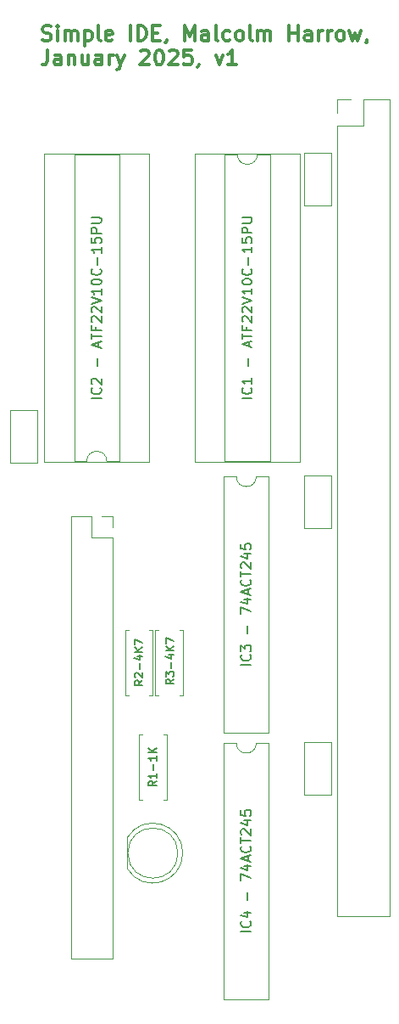
<source format=gto>
G04 #@! TF.GenerationSoftware,KiCad,Pcbnew,8.0.7*
G04 #@! TF.CreationDate,2025-01-16T17:26:47-05:00*
G04 #@! TF.ProjectId,simple_ide,73696d70-6c65-45f6-9964-652e6b696361,rev?*
G04 #@! TF.SameCoordinates,Original*
G04 #@! TF.FileFunction,Legend,Top*
G04 #@! TF.FilePolarity,Positive*
%FSLAX46Y46*%
G04 Gerber Fmt 4.6, Leading zero omitted, Abs format (unit mm)*
G04 Created by KiCad (PCBNEW 8.0.7) date 2025-01-16 17:26:47*
%MOMM*%
%LPD*%
G01*
G04 APERTURE LIST*
%ADD10C,0.300000*%
%ADD11C,0.150000*%
%ADD12C,0.120000*%
%ADD13O,2.400000X1.600000*%
%ADD14R,2.400000X1.600000*%
%ADD15C,1.600000*%
%ADD16O,1.600000X1.600000*%
%ADD17R,1.800000X1.800000*%
%ADD18C,1.800000*%
%ADD19R,1.350000X1.350000*%
%ADD20O,1.350000X1.350000*%
%ADD21R,1.700000X1.700000*%
%ADD22O,1.700000X1.700000*%
G04 APERTURE END LIST*
D10*
X147883082Y-38314484D02*
X148097368Y-38385912D01*
X148097368Y-38385912D02*
X148454510Y-38385912D01*
X148454510Y-38385912D02*
X148597368Y-38314484D01*
X148597368Y-38314484D02*
X148668796Y-38243055D01*
X148668796Y-38243055D02*
X148740225Y-38100198D01*
X148740225Y-38100198D02*
X148740225Y-37957341D01*
X148740225Y-37957341D02*
X148668796Y-37814484D01*
X148668796Y-37814484D02*
X148597368Y-37743055D01*
X148597368Y-37743055D02*
X148454510Y-37671626D01*
X148454510Y-37671626D02*
X148168796Y-37600198D01*
X148168796Y-37600198D02*
X148025939Y-37528769D01*
X148025939Y-37528769D02*
X147954510Y-37457341D01*
X147954510Y-37457341D02*
X147883082Y-37314484D01*
X147883082Y-37314484D02*
X147883082Y-37171626D01*
X147883082Y-37171626D02*
X147954510Y-37028769D01*
X147954510Y-37028769D02*
X148025939Y-36957341D01*
X148025939Y-36957341D02*
X148168796Y-36885912D01*
X148168796Y-36885912D02*
X148525939Y-36885912D01*
X148525939Y-36885912D02*
X148740225Y-36957341D01*
X149383081Y-38385912D02*
X149383081Y-37385912D01*
X149383081Y-36885912D02*
X149311653Y-36957341D01*
X149311653Y-36957341D02*
X149383081Y-37028769D01*
X149383081Y-37028769D02*
X149454510Y-36957341D01*
X149454510Y-36957341D02*
X149383081Y-36885912D01*
X149383081Y-36885912D02*
X149383081Y-37028769D01*
X150097367Y-38385912D02*
X150097367Y-37385912D01*
X150097367Y-37528769D02*
X150168796Y-37457341D01*
X150168796Y-37457341D02*
X150311653Y-37385912D01*
X150311653Y-37385912D02*
X150525939Y-37385912D01*
X150525939Y-37385912D02*
X150668796Y-37457341D01*
X150668796Y-37457341D02*
X150740225Y-37600198D01*
X150740225Y-37600198D02*
X150740225Y-38385912D01*
X150740225Y-37600198D02*
X150811653Y-37457341D01*
X150811653Y-37457341D02*
X150954510Y-37385912D01*
X150954510Y-37385912D02*
X151168796Y-37385912D01*
X151168796Y-37385912D02*
X151311653Y-37457341D01*
X151311653Y-37457341D02*
X151383082Y-37600198D01*
X151383082Y-37600198D02*
X151383082Y-38385912D01*
X152097367Y-37385912D02*
X152097367Y-38885912D01*
X152097367Y-37457341D02*
X152240225Y-37385912D01*
X152240225Y-37385912D02*
X152525939Y-37385912D01*
X152525939Y-37385912D02*
X152668796Y-37457341D01*
X152668796Y-37457341D02*
X152740225Y-37528769D01*
X152740225Y-37528769D02*
X152811653Y-37671626D01*
X152811653Y-37671626D02*
X152811653Y-38100198D01*
X152811653Y-38100198D02*
X152740225Y-38243055D01*
X152740225Y-38243055D02*
X152668796Y-38314484D01*
X152668796Y-38314484D02*
X152525939Y-38385912D01*
X152525939Y-38385912D02*
X152240225Y-38385912D01*
X152240225Y-38385912D02*
X152097367Y-38314484D01*
X153668796Y-38385912D02*
X153525939Y-38314484D01*
X153525939Y-38314484D02*
X153454510Y-38171626D01*
X153454510Y-38171626D02*
X153454510Y-36885912D01*
X154811653Y-38314484D02*
X154668796Y-38385912D01*
X154668796Y-38385912D02*
X154383082Y-38385912D01*
X154383082Y-38385912D02*
X154240224Y-38314484D01*
X154240224Y-38314484D02*
X154168796Y-38171626D01*
X154168796Y-38171626D02*
X154168796Y-37600198D01*
X154168796Y-37600198D02*
X154240224Y-37457341D01*
X154240224Y-37457341D02*
X154383082Y-37385912D01*
X154383082Y-37385912D02*
X154668796Y-37385912D01*
X154668796Y-37385912D02*
X154811653Y-37457341D01*
X154811653Y-37457341D02*
X154883082Y-37600198D01*
X154883082Y-37600198D02*
X154883082Y-37743055D01*
X154883082Y-37743055D02*
X154168796Y-37885912D01*
X156668795Y-38385912D02*
X156668795Y-36885912D01*
X157383081Y-38385912D02*
X157383081Y-36885912D01*
X157383081Y-36885912D02*
X157740224Y-36885912D01*
X157740224Y-36885912D02*
X157954510Y-36957341D01*
X157954510Y-36957341D02*
X158097367Y-37100198D01*
X158097367Y-37100198D02*
X158168796Y-37243055D01*
X158168796Y-37243055D02*
X158240224Y-37528769D01*
X158240224Y-37528769D02*
X158240224Y-37743055D01*
X158240224Y-37743055D02*
X158168796Y-38028769D01*
X158168796Y-38028769D02*
X158097367Y-38171626D01*
X158097367Y-38171626D02*
X157954510Y-38314484D01*
X157954510Y-38314484D02*
X157740224Y-38385912D01*
X157740224Y-38385912D02*
X157383081Y-38385912D01*
X158883081Y-37600198D02*
X159383081Y-37600198D01*
X159597367Y-38385912D02*
X158883081Y-38385912D01*
X158883081Y-38385912D02*
X158883081Y-36885912D01*
X158883081Y-36885912D02*
X159597367Y-36885912D01*
X160311653Y-38314484D02*
X160311653Y-38385912D01*
X160311653Y-38385912D02*
X160240224Y-38528769D01*
X160240224Y-38528769D02*
X160168796Y-38600198D01*
X162097367Y-38385912D02*
X162097367Y-36885912D01*
X162097367Y-36885912D02*
X162597367Y-37957341D01*
X162597367Y-37957341D02*
X163097367Y-36885912D01*
X163097367Y-36885912D02*
X163097367Y-38385912D01*
X164454511Y-38385912D02*
X164454511Y-37600198D01*
X164454511Y-37600198D02*
X164383082Y-37457341D01*
X164383082Y-37457341D02*
X164240225Y-37385912D01*
X164240225Y-37385912D02*
X163954511Y-37385912D01*
X163954511Y-37385912D02*
X163811653Y-37457341D01*
X164454511Y-38314484D02*
X164311653Y-38385912D01*
X164311653Y-38385912D02*
X163954511Y-38385912D01*
X163954511Y-38385912D02*
X163811653Y-38314484D01*
X163811653Y-38314484D02*
X163740225Y-38171626D01*
X163740225Y-38171626D02*
X163740225Y-38028769D01*
X163740225Y-38028769D02*
X163811653Y-37885912D01*
X163811653Y-37885912D02*
X163954511Y-37814484D01*
X163954511Y-37814484D02*
X164311653Y-37814484D01*
X164311653Y-37814484D02*
X164454511Y-37743055D01*
X165383082Y-38385912D02*
X165240225Y-38314484D01*
X165240225Y-38314484D02*
X165168796Y-38171626D01*
X165168796Y-38171626D02*
X165168796Y-36885912D01*
X166597368Y-38314484D02*
X166454510Y-38385912D01*
X166454510Y-38385912D02*
X166168796Y-38385912D01*
X166168796Y-38385912D02*
X166025939Y-38314484D01*
X166025939Y-38314484D02*
X165954510Y-38243055D01*
X165954510Y-38243055D02*
X165883082Y-38100198D01*
X165883082Y-38100198D02*
X165883082Y-37671626D01*
X165883082Y-37671626D02*
X165954510Y-37528769D01*
X165954510Y-37528769D02*
X166025939Y-37457341D01*
X166025939Y-37457341D02*
X166168796Y-37385912D01*
X166168796Y-37385912D02*
X166454510Y-37385912D01*
X166454510Y-37385912D02*
X166597368Y-37457341D01*
X167454510Y-38385912D02*
X167311653Y-38314484D01*
X167311653Y-38314484D02*
X167240224Y-38243055D01*
X167240224Y-38243055D02*
X167168796Y-38100198D01*
X167168796Y-38100198D02*
X167168796Y-37671626D01*
X167168796Y-37671626D02*
X167240224Y-37528769D01*
X167240224Y-37528769D02*
X167311653Y-37457341D01*
X167311653Y-37457341D02*
X167454510Y-37385912D01*
X167454510Y-37385912D02*
X167668796Y-37385912D01*
X167668796Y-37385912D02*
X167811653Y-37457341D01*
X167811653Y-37457341D02*
X167883082Y-37528769D01*
X167883082Y-37528769D02*
X167954510Y-37671626D01*
X167954510Y-37671626D02*
X167954510Y-38100198D01*
X167954510Y-38100198D02*
X167883082Y-38243055D01*
X167883082Y-38243055D02*
X167811653Y-38314484D01*
X167811653Y-38314484D02*
X167668796Y-38385912D01*
X167668796Y-38385912D02*
X167454510Y-38385912D01*
X168811653Y-38385912D02*
X168668796Y-38314484D01*
X168668796Y-38314484D02*
X168597367Y-38171626D01*
X168597367Y-38171626D02*
X168597367Y-36885912D01*
X169383081Y-38385912D02*
X169383081Y-37385912D01*
X169383081Y-37528769D02*
X169454510Y-37457341D01*
X169454510Y-37457341D02*
X169597367Y-37385912D01*
X169597367Y-37385912D02*
X169811653Y-37385912D01*
X169811653Y-37385912D02*
X169954510Y-37457341D01*
X169954510Y-37457341D02*
X170025939Y-37600198D01*
X170025939Y-37600198D02*
X170025939Y-38385912D01*
X170025939Y-37600198D02*
X170097367Y-37457341D01*
X170097367Y-37457341D02*
X170240224Y-37385912D01*
X170240224Y-37385912D02*
X170454510Y-37385912D01*
X170454510Y-37385912D02*
X170597367Y-37457341D01*
X170597367Y-37457341D02*
X170668796Y-37600198D01*
X170668796Y-37600198D02*
X170668796Y-38385912D01*
X172525938Y-38385912D02*
X172525938Y-36885912D01*
X172525938Y-37600198D02*
X173383081Y-37600198D01*
X173383081Y-38385912D02*
X173383081Y-36885912D01*
X174740225Y-38385912D02*
X174740225Y-37600198D01*
X174740225Y-37600198D02*
X174668796Y-37457341D01*
X174668796Y-37457341D02*
X174525939Y-37385912D01*
X174525939Y-37385912D02*
X174240225Y-37385912D01*
X174240225Y-37385912D02*
X174097367Y-37457341D01*
X174740225Y-38314484D02*
X174597367Y-38385912D01*
X174597367Y-38385912D02*
X174240225Y-38385912D01*
X174240225Y-38385912D02*
X174097367Y-38314484D01*
X174097367Y-38314484D02*
X174025939Y-38171626D01*
X174025939Y-38171626D02*
X174025939Y-38028769D01*
X174025939Y-38028769D02*
X174097367Y-37885912D01*
X174097367Y-37885912D02*
X174240225Y-37814484D01*
X174240225Y-37814484D02*
X174597367Y-37814484D01*
X174597367Y-37814484D02*
X174740225Y-37743055D01*
X175454510Y-38385912D02*
X175454510Y-37385912D01*
X175454510Y-37671626D02*
X175525939Y-37528769D01*
X175525939Y-37528769D02*
X175597368Y-37457341D01*
X175597368Y-37457341D02*
X175740225Y-37385912D01*
X175740225Y-37385912D02*
X175883082Y-37385912D01*
X176383081Y-38385912D02*
X176383081Y-37385912D01*
X176383081Y-37671626D02*
X176454510Y-37528769D01*
X176454510Y-37528769D02*
X176525939Y-37457341D01*
X176525939Y-37457341D02*
X176668796Y-37385912D01*
X176668796Y-37385912D02*
X176811653Y-37385912D01*
X177525938Y-38385912D02*
X177383081Y-38314484D01*
X177383081Y-38314484D02*
X177311652Y-38243055D01*
X177311652Y-38243055D02*
X177240224Y-38100198D01*
X177240224Y-38100198D02*
X177240224Y-37671626D01*
X177240224Y-37671626D02*
X177311652Y-37528769D01*
X177311652Y-37528769D02*
X177383081Y-37457341D01*
X177383081Y-37457341D02*
X177525938Y-37385912D01*
X177525938Y-37385912D02*
X177740224Y-37385912D01*
X177740224Y-37385912D02*
X177883081Y-37457341D01*
X177883081Y-37457341D02*
X177954510Y-37528769D01*
X177954510Y-37528769D02*
X178025938Y-37671626D01*
X178025938Y-37671626D02*
X178025938Y-38100198D01*
X178025938Y-38100198D02*
X177954510Y-38243055D01*
X177954510Y-38243055D02*
X177883081Y-38314484D01*
X177883081Y-38314484D02*
X177740224Y-38385912D01*
X177740224Y-38385912D02*
X177525938Y-38385912D01*
X178525938Y-37385912D02*
X178811653Y-38385912D01*
X178811653Y-38385912D02*
X179097367Y-37671626D01*
X179097367Y-37671626D02*
X179383081Y-38385912D01*
X179383081Y-38385912D02*
X179668795Y-37385912D01*
X180311653Y-38314484D02*
X180311653Y-38385912D01*
X180311653Y-38385912D02*
X180240224Y-38528769D01*
X180240224Y-38528769D02*
X180168796Y-38600198D01*
X148383082Y-39300828D02*
X148383082Y-40372257D01*
X148383082Y-40372257D02*
X148311653Y-40586542D01*
X148311653Y-40586542D02*
X148168796Y-40729400D01*
X148168796Y-40729400D02*
X147954510Y-40800828D01*
X147954510Y-40800828D02*
X147811653Y-40800828D01*
X149740225Y-40800828D02*
X149740225Y-40015114D01*
X149740225Y-40015114D02*
X149668796Y-39872257D01*
X149668796Y-39872257D02*
X149525939Y-39800828D01*
X149525939Y-39800828D02*
X149240225Y-39800828D01*
X149240225Y-39800828D02*
X149097367Y-39872257D01*
X149740225Y-40729400D02*
X149597367Y-40800828D01*
X149597367Y-40800828D02*
X149240225Y-40800828D01*
X149240225Y-40800828D02*
X149097367Y-40729400D01*
X149097367Y-40729400D02*
X149025939Y-40586542D01*
X149025939Y-40586542D02*
X149025939Y-40443685D01*
X149025939Y-40443685D02*
X149097367Y-40300828D01*
X149097367Y-40300828D02*
X149240225Y-40229400D01*
X149240225Y-40229400D02*
X149597367Y-40229400D01*
X149597367Y-40229400D02*
X149740225Y-40157971D01*
X150454510Y-39800828D02*
X150454510Y-40800828D01*
X150454510Y-39943685D02*
X150525939Y-39872257D01*
X150525939Y-39872257D02*
X150668796Y-39800828D01*
X150668796Y-39800828D02*
X150883082Y-39800828D01*
X150883082Y-39800828D02*
X151025939Y-39872257D01*
X151025939Y-39872257D02*
X151097368Y-40015114D01*
X151097368Y-40015114D02*
X151097368Y-40800828D01*
X152454511Y-39800828D02*
X152454511Y-40800828D01*
X151811653Y-39800828D02*
X151811653Y-40586542D01*
X151811653Y-40586542D02*
X151883082Y-40729400D01*
X151883082Y-40729400D02*
X152025939Y-40800828D01*
X152025939Y-40800828D02*
X152240225Y-40800828D01*
X152240225Y-40800828D02*
X152383082Y-40729400D01*
X152383082Y-40729400D02*
X152454511Y-40657971D01*
X153811654Y-40800828D02*
X153811654Y-40015114D01*
X153811654Y-40015114D02*
X153740225Y-39872257D01*
X153740225Y-39872257D02*
X153597368Y-39800828D01*
X153597368Y-39800828D02*
X153311654Y-39800828D01*
X153311654Y-39800828D02*
X153168796Y-39872257D01*
X153811654Y-40729400D02*
X153668796Y-40800828D01*
X153668796Y-40800828D02*
X153311654Y-40800828D01*
X153311654Y-40800828D02*
X153168796Y-40729400D01*
X153168796Y-40729400D02*
X153097368Y-40586542D01*
X153097368Y-40586542D02*
X153097368Y-40443685D01*
X153097368Y-40443685D02*
X153168796Y-40300828D01*
X153168796Y-40300828D02*
X153311654Y-40229400D01*
X153311654Y-40229400D02*
X153668796Y-40229400D01*
X153668796Y-40229400D02*
X153811654Y-40157971D01*
X154525939Y-40800828D02*
X154525939Y-39800828D01*
X154525939Y-40086542D02*
X154597368Y-39943685D01*
X154597368Y-39943685D02*
X154668797Y-39872257D01*
X154668797Y-39872257D02*
X154811654Y-39800828D01*
X154811654Y-39800828D02*
X154954511Y-39800828D01*
X155311653Y-39800828D02*
X155668796Y-40800828D01*
X156025939Y-39800828D02*
X155668796Y-40800828D01*
X155668796Y-40800828D02*
X155525939Y-41157971D01*
X155525939Y-41157971D02*
X155454510Y-41229400D01*
X155454510Y-41229400D02*
X155311653Y-41300828D01*
X157668796Y-39443685D02*
X157740224Y-39372257D01*
X157740224Y-39372257D02*
X157883082Y-39300828D01*
X157883082Y-39300828D02*
X158240224Y-39300828D01*
X158240224Y-39300828D02*
X158383082Y-39372257D01*
X158383082Y-39372257D02*
X158454510Y-39443685D01*
X158454510Y-39443685D02*
X158525939Y-39586542D01*
X158525939Y-39586542D02*
X158525939Y-39729400D01*
X158525939Y-39729400D02*
X158454510Y-39943685D01*
X158454510Y-39943685D02*
X157597367Y-40800828D01*
X157597367Y-40800828D02*
X158525939Y-40800828D01*
X159454510Y-39300828D02*
X159597367Y-39300828D01*
X159597367Y-39300828D02*
X159740224Y-39372257D01*
X159740224Y-39372257D02*
X159811653Y-39443685D01*
X159811653Y-39443685D02*
X159883081Y-39586542D01*
X159883081Y-39586542D02*
X159954510Y-39872257D01*
X159954510Y-39872257D02*
X159954510Y-40229400D01*
X159954510Y-40229400D02*
X159883081Y-40515114D01*
X159883081Y-40515114D02*
X159811653Y-40657971D01*
X159811653Y-40657971D02*
X159740224Y-40729400D01*
X159740224Y-40729400D02*
X159597367Y-40800828D01*
X159597367Y-40800828D02*
X159454510Y-40800828D01*
X159454510Y-40800828D02*
X159311653Y-40729400D01*
X159311653Y-40729400D02*
X159240224Y-40657971D01*
X159240224Y-40657971D02*
X159168795Y-40515114D01*
X159168795Y-40515114D02*
X159097367Y-40229400D01*
X159097367Y-40229400D02*
X159097367Y-39872257D01*
X159097367Y-39872257D02*
X159168795Y-39586542D01*
X159168795Y-39586542D02*
X159240224Y-39443685D01*
X159240224Y-39443685D02*
X159311653Y-39372257D01*
X159311653Y-39372257D02*
X159454510Y-39300828D01*
X160525938Y-39443685D02*
X160597366Y-39372257D01*
X160597366Y-39372257D02*
X160740224Y-39300828D01*
X160740224Y-39300828D02*
X161097366Y-39300828D01*
X161097366Y-39300828D02*
X161240224Y-39372257D01*
X161240224Y-39372257D02*
X161311652Y-39443685D01*
X161311652Y-39443685D02*
X161383081Y-39586542D01*
X161383081Y-39586542D02*
X161383081Y-39729400D01*
X161383081Y-39729400D02*
X161311652Y-39943685D01*
X161311652Y-39943685D02*
X160454509Y-40800828D01*
X160454509Y-40800828D02*
X161383081Y-40800828D01*
X162740223Y-39300828D02*
X162025937Y-39300828D01*
X162025937Y-39300828D02*
X161954509Y-40015114D01*
X161954509Y-40015114D02*
X162025937Y-39943685D01*
X162025937Y-39943685D02*
X162168795Y-39872257D01*
X162168795Y-39872257D02*
X162525937Y-39872257D01*
X162525937Y-39872257D02*
X162668795Y-39943685D01*
X162668795Y-39943685D02*
X162740223Y-40015114D01*
X162740223Y-40015114D02*
X162811652Y-40157971D01*
X162811652Y-40157971D02*
X162811652Y-40515114D01*
X162811652Y-40515114D02*
X162740223Y-40657971D01*
X162740223Y-40657971D02*
X162668795Y-40729400D01*
X162668795Y-40729400D02*
X162525937Y-40800828D01*
X162525937Y-40800828D02*
X162168795Y-40800828D01*
X162168795Y-40800828D02*
X162025937Y-40729400D01*
X162025937Y-40729400D02*
X161954509Y-40657971D01*
X163525937Y-40729400D02*
X163525937Y-40800828D01*
X163525937Y-40800828D02*
X163454508Y-40943685D01*
X163454508Y-40943685D02*
X163383080Y-41015114D01*
X165168794Y-39800828D02*
X165525937Y-40800828D01*
X165525937Y-40800828D02*
X165883080Y-39800828D01*
X167240223Y-40800828D02*
X166383080Y-40800828D01*
X166811651Y-40800828D02*
X166811651Y-39300828D01*
X166811651Y-39300828D02*
X166668794Y-39515114D01*
X166668794Y-39515114D02*
X166525937Y-39657971D01*
X166525937Y-39657971D02*
X166383080Y-39729400D01*
D11*
X153744819Y-74053809D02*
X152744819Y-74053809D01*
X153649580Y-73006191D02*
X153697200Y-73053810D01*
X153697200Y-73053810D02*
X153744819Y-73196667D01*
X153744819Y-73196667D02*
X153744819Y-73291905D01*
X153744819Y-73291905D02*
X153697200Y-73434762D01*
X153697200Y-73434762D02*
X153601961Y-73530000D01*
X153601961Y-73530000D02*
X153506723Y-73577619D01*
X153506723Y-73577619D02*
X153316247Y-73625238D01*
X153316247Y-73625238D02*
X153173390Y-73625238D01*
X153173390Y-73625238D02*
X152982914Y-73577619D01*
X152982914Y-73577619D02*
X152887676Y-73530000D01*
X152887676Y-73530000D02*
X152792438Y-73434762D01*
X152792438Y-73434762D02*
X152744819Y-73291905D01*
X152744819Y-73291905D02*
X152744819Y-73196667D01*
X152744819Y-73196667D02*
X152792438Y-73053810D01*
X152792438Y-73053810D02*
X152840057Y-73006191D01*
X152840057Y-72625238D02*
X152792438Y-72577619D01*
X152792438Y-72577619D02*
X152744819Y-72482381D01*
X152744819Y-72482381D02*
X152744819Y-72244286D01*
X152744819Y-72244286D02*
X152792438Y-72149048D01*
X152792438Y-72149048D02*
X152840057Y-72101429D01*
X152840057Y-72101429D02*
X152935295Y-72053810D01*
X152935295Y-72053810D02*
X153030533Y-72053810D01*
X153030533Y-72053810D02*
X153173390Y-72101429D01*
X153173390Y-72101429D02*
X153744819Y-72672857D01*
X153744819Y-72672857D02*
X153744819Y-72053810D01*
X153363866Y-70863333D02*
X153363866Y-70101429D01*
X153459104Y-68910952D02*
X153459104Y-68434762D01*
X153744819Y-69006190D02*
X152744819Y-68672857D01*
X152744819Y-68672857D02*
X153744819Y-68339524D01*
X152744819Y-68149047D02*
X152744819Y-67577619D01*
X153744819Y-67863333D02*
X152744819Y-67863333D01*
X153221009Y-66910952D02*
X153221009Y-67244285D01*
X153744819Y-67244285D02*
X152744819Y-67244285D01*
X152744819Y-67244285D02*
X152744819Y-66768095D01*
X152840057Y-66434761D02*
X152792438Y-66387142D01*
X152792438Y-66387142D02*
X152744819Y-66291904D01*
X152744819Y-66291904D02*
X152744819Y-66053809D01*
X152744819Y-66053809D02*
X152792438Y-65958571D01*
X152792438Y-65958571D02*
X152840057Y-65910952D01*
X152840057Y-65910952D02*
X152935295Y-65863333D01*
X152935295Y-65863333D02*
X153030533Y-65863333D01*
X153030533Y-65863333D02*
X153173390Y-65910952D01*
X153173390Y-65910952D02*
X153744819Y-66482380D01*
X153744819Y-66482380D02*
X153744819Y-65863333D01*
X152840057Y-65482380D02*
X152792438Y-65434761D01*
X152792438Y-65434761D02*
X152744819Y-65339523D01*
X152744819Y-65339523D02*
X152744819Y-65101428D01*
X152744819Y-65101428D02*
X152792438Y-65006190D01*
X152792438Y-65006190D02*
X152840057Y-64958571D01*
X152840057Y-64958571D02*
X152935295Y-64910952D01*
X152935295Y-64910952D02*
X153030533Y-64910952D01*
X153030533Y-64910952D02*
X153173390Y-64958571D01*
X153173390Y-64958571D02*
X153744819Y-65529999D01*
X153744819Y-65529999D02*
X153744819Y-64910952D01*
X152744819Y-64625237D02*
X153744819Y-64291904D01*
X153744819Y-64291904D02*
X152744819Y-63958571D01*
X153744819Y-63101428D02*
X153744819Y-63672856D01*
X153744819Y-63387142D02*
X152744819Y-63387142D01*
X152744819Y-63387142D02*
X152887676Y-63482380D01*
X152887676Y-63482380D02*
X152982914Y-63577618D01*
X152982914Y-63577618D02*
X153030533Y-63672856D01*
X152744819Y-62482380D02*
X152744819Y-62387142D01*
X152744819Y-62387142D02*
X152792438Y-62291904D01*
X152792438Y-62291904D02*
X152840057Y-62244285D01*
X152840057Y-62244285D02*
X152935295Y-62196666D01*
X152935295Y-62196666D02*
X153125771Y-62149047D01*
X153125771Y-62149047D02*
X153363866Y-62149047D01*
X153363866Y-62149047D02*
X153554342Y-62196666D01*
X153554342Y-62196666D02*
X153649580Y-62244285D01*
X153649580Y-62244285D02*
X153697200Y-62291904D01*
X153697200Y-62291904D02*
X153744819Y-62387142D01*
X153744819Y-62387142D02*
X153744819Y-62482380D01*
X153744819Y-62482380D02*
X153697200Y-62577618D01*
X153697200Y-62577618D02*
X153649580Y-62625237D01*
X153649580Y-62625237D02*
X153554342Y-62672856D01*
X153554342Y-62672856D02*
X153363866Y-62720475D01*
X153363866Y-62720475D02*
X153125771Y-62720475D01*
X153125771Y-62720475D02*
X152935295Y-62672856D01*
X152935295Y-62672856D02*
X152840057Y-62625237D01*
X152840057Y-62625237D02*
X152792438Y-62577618D01*
X152792438Y-62577618D02*
X152744819Y-62482380D01*
X153649580Y-61149047D02*
X153697200Y-61196666D01*
X153697200Y-61196666D02*
X153744819Y-61339523D01*
X153744819Y-61339523D02*
X153744819Y-61434761D01*
X153744819Y-61434761D02*
X153697200Y-61577618D01*
X153697200Y-61577618D02*
X153601961Y-61672856D01*
X153601961Y-61672856D02*
X153506723Y-61720475D01*
X153506723Y-61720475D02*
X153316247Y-61768094D01*
X153316247Y-61768094D02*
X153173390Y-61768094D01*
X153173390Y-61768094D02*
X152982914Y-61720475D01*
X152982914Y-61720475D02*
X152887676Y-61672856D01*
X152887676Y-61672856D02*
X152792438Y-61577618D01*
X152792438Y-61577618D02*
X152744819Y-61434761D01*
X152744819Y-61434761D02*
X152744819Y-61339523D01*
X152744819Y-61339523D02*
X152792438Y-61196666D01*
X152792438Y-61196666D02*
X152840057Y-61149047D01*
X153363866Y-60720475D02*
X153363866Y-59958571D01*
X153744819Y-58958571D02*
X153744819Y-59529999D01*
X153744819Y-59244285D02*
X152744819Y-59244285D01*
X152744819Y-59244285D02*
X152887676Y-59339523D01*
X152887676Y-59339523D02*
X152982914Y-59434761D01*
X152982914Y-59434761D02*
X153030533Y-59529999D01*
X152744819Y-58053809D02*
X152744819Y-58529999D01*
X152744819Y-58529999D02*
X153221009Y-58577618D01*
X153221009Y-58577618D02*
X153173390Y-58529999D01*
X153173390Y-58529999D02*
X153125771Y-58434761D01*
X153125771Y-58434761D02*
X153125771Y-58196666D01*
X153125771Y-58196666D02*
X153173390Y-58101428D01*
X153173390Y-58101428D02*
X153221009Y-58053809D01*
X153221009Y-58053809D02*
X153316247Y-58006190D01*
X153316247Y-58006190D02*
X153554342Y-58006190D01*
X153554342Y-58006190D02*
X153649580Y-58053809D01*
X153649580Y-58053809D02*
X153697200Y-58101428D01*
X153697200Y-58101428D02*
X153744819Y-58196666D01*
X153744819Y-58196666D02*
X153744819Y-58434761D01*
X153744819Y-58434761D02*
X153697200Y-58529999D01*
X153697200Y-58529999D02*
X153649580Y-58577618D01*
X153744819Y-57577618D02*
X152744819Y-57577618D01*
X152744819Y-57577618D02*
X152744819Y-57196666D01*
X152744819Y-57196666D02*
X152792438Y-57101428D01*
X152792438Y-57101428D02*
X152840057Y-57053809D01*
X152840057Y-57053809D02*
X152935295Y-57006190D01*
X152935295Y-57006190D02*
X153078152Y-57006190D01*
X153078152Y-57006190D02*
X153173390Y-57053809D01*
X153173390Y-57053809D02*
X153221009Y-57101428D01*
X153221009Y-57101428D02*
X153268628Y-57196666D01*
X153268628Y-57196666D02*
X153268628Y-57577618D01*
X152744819Y-56577618D02*
X153554342Y-56577618D01*
X153554342Y-56577618D02*
X153649580Y-56529999D01*
X153649580Y-56529999D02*
X153697200Y-56482380D01*
X153697200Y-56482380D02*
X153744819Y-56387142D01*
X153744819Y-56387142D02*
X153744819Y-56196666D01*
X153744819Y-56196666D02*
X153697200Y-56101428D01*
X153697200Y-56101428D02*
X153649580Y-56053809D01*
X153649580Y-56053809D02*
X153554342Y-56006190D01*
X153554342Y-56006190D02*
X152744819Y-56006190D01*
X157862295Y-102190475D02*
X157481342Y-102457142D01*
X157862295Y-102647618D02*
X157062295Y-102647618D01*
X157062295Y-102647618D02*
X157062295Y-102342856D01*
X157062295Y-102342856D02*
X157100390Y-102266666D01*
X157100390Y-102266666D02*
X157138485Y-102228571D01*
X157138485Y-102228571D02*
X157214676Y-102190475D01*
X157214676Y-102190475D02*
X157328961Y-102190475D01*
X157328961Y-102190475D02*
X157405152Y-102228571D01*
X157405152Y-102228571D02*
X157443247Y-102266666D01*
X157443247Y-102266666D02*
X157481342Y-102342856D01*
X157481342Y-102342856D02*
X157481342Y-102647618D01*
X157138485Y-101885714D02*
X157100390Y-101847618D01*
X157100390Y-101847618D02*
X157062295Y-101771428D01*
X157062295Y-101771428D02*
X157062295Y-101580952D01*
X157062295Y-101580952D02*
X157100390Y-101504761D01*
X157100390Y-101504761D02*
X157138485Y-101466666D01*
X157138485Y-101466666D02*
X157214676Y-101428571D01*
X157214676Y-101428571D02*
X157290866Y-101428571D01*
X157290866Y-101428571D02*
X157405152Y-101466666D01*
X157405152Y-101466666D02*
X157862295Y-101923809D01*
X157862295Y-101923809D02*
X157862295Y-101428571D01*
X157557533Y-101085713D02*
X157557533Y-100476190D01*
X157328961Y-99752380D02*
X157862295Y-99752380D01*
X157024200Y-99942856D02*
X157595628Y-100133333D01*
X157595628Y-100133333D02*
X157595628Y-99638094D01*
X157862295Y-99333332D02*
X157062295Y-99333332D01*
X157862295Y-98876189D02*
X157405152Y-99219047D01*
X157062295Y-98876189D02*
X157519438Y-99333332D01*
X157062295Y-98609523D02*
X157062295Y-98076189D01*
X157062295Y-98076189D02*
X157862295Y-98419047D01*
X160994295Y-102053696D02*
X160613342Y-102320363D01*
X160994295Y-102510839D02*
X160194295Y-102510839D01*
X160194295Y-102510839D02*
X160194295Y-102206077D01*
X160194295Y-102206077D02*
X160232390Y-102129887D01*
X160232390Y-102129887D02*
X160270485Y-102091792D01*
X160270485Y-102091792D02*
X160346676Y-102053696D01*
X160346676Y-102053696D02*
X160460961Y-102053696D01*
X160460961Y-102053696D02*
X160537152Y-102091792D01*
X160537152Y-102091792D02*
X160575247Y-102129887D01*
X160575247Y-102129887D02*
X160613342Y-102206077D01*
X160613342Y-102206077D02*
X160613342Y-102510839D01*
X160194295Y-101787030D02*
X160194295Y-101291792D01*
X160194295Y-101291792D02*
X160499057Y-101558458D01*
X160499057Y-101558458D02*
X160499057Y-101444173D01*
X160499057Y-101444173D02*
X160537152Y-101367982D01*
X160537152Y-101367982D02*
X160575247Y-101329887D01*
X160575247Y-101329887D02*
X160651438Y-101291792D01*
X160651438Y-101291792D02*
X160841914Y-101291792D01*
X160841914Y-101291792D02*
X160918104Y-101329887D01*
X160918104Y-101329887D02*
X160956200Y-101367982D01*
X160956200Y-101367982D02*
X160994295Y-101444173D01*
X160994295Y-101444173D02*
X160994295Y-101672744D01*
X160994295Y-101672744D02*
X160956200Y-101748935D01*
X160956200Y-101748935D02*
X160918104Y-101787030D01*
X160689533Y-100948934D02*
X160689533Y-100339411D01*
X160460961Y-99615601D02*
X160994295Y-99615601D01*
X160156200Y-99806077D02*
X160727628Y-99996554D01*
X160727628Y-99996554D02*
X160727628Y-99501315D01*
X160994295Y-99196553D02*
X160194295Y-99196553D01*
X160994295Y-98739410D02*
X160537152Y-99082268D01*
X160194295Y-98739410D02*
X160651438Y-99196553D01*
X160194295Y-98472744D02*
X160194295Y-97939410D01*
X160194295Y-97939410D02*
X160994295Y-98282268D01*
X168694819Y-127237618D02*
X167694819Y-127237618D01*
X168599580Y-126190000D02*
X168647200Y-126237619D01*
X168647200Y-126237619D02*
X168694819Y-126380476D01*
X168694819Y-126380476D02*
X168694819Y-126475714D01*
X168694819Y-126475714D02*
X168647200Y-126618571D01*
X168647200Y-126618571D02*
X168551961Y-126713809D01*
X168551961Y-126713809D02*
X168456723Y-126761428D01*
X168456723Y-126761428D02*
X168266247Y-126809047D01*
X168266247Y-126809047D02*
X168123390Y-126809047D01*
X168123390Y-126809047D02*
X167932914Y-126761428D01*
X167932914Y-126761428D02*
X167837676Y-126713809D01*
X167837676Y-126713809D02*
X167742438Y-126618571D01*
X167742438Y-126618571D02*
X167694819Y-126475714D01*
X167694819Y-126475714D02*
X167694819Y-126380476D01*
X167694819Y-126380476D02*
X167742438Y-126237619D01*
X167742438Y-126237619D02*
X167790057Y-126190000D01*
X168028152Y-125332857D02*
X168694819Y-125332857D01*
X167647200Y-125570952D02*
X168361485Y-125809047D01*
X168361485Y-125809047D02*
X168361485Y-125190000D01*
X168313866Y-124047142D02*
X168313866Y-123285238D01*
X167694819Y-122142380D02*
X167694819Y-121475714D01*
X167694819Y-121475714D02*
X168694819Y-121904285D01*
X168028152Y-120666190D02*
X168694819Y-120666190D01*
X167647200Y-120904285D02*
X168361485Y-121142380D01*
X168361485Y-121142380D02*
X168361485Y-120523333D01*
X168409104Y-120189999D02*
X168409104Y-119713809D01*
X168694819Y-120285237D02*
X167694819Y-119951904D01*
X167694819Y-119951904D02*
X168694819Y-119618571D01*
X168599580Y-118713809D02*
X168647200Y-118761428D01*
X168647200Y-118761428D02*
X168694819Y-118904285D01*
X168694819Y-118904285D02*
X168694819Y-118999523D01*
X168694819Y-118999523D02*
X168647200Y-119142380D01*
X168647200Y-119142380D02*
X168551961Y-119237618D01*
X168551961Y-119237618D02*
X168456723Y-119285237D01*
X168456723Y-119285237D02*
X168266247Y-119332856D01*
X168266247Y-119332856D02*
X168123390Y-119332856D01*
X168123390Y-119332856D02*
X167932914Y-119285237D01*
X167932914Y-119285237D02*
X167837676Y-119237618D01*
X167837676Y-119237618D02*
X167742438Y-119142380D01*
X167742438Y-119142380D02*
X167694819Y-118999523D01*
X167694819Y-118999523D02*
X167694819Y-118904285D01*
X167694819Y-118904285D02*
X167742438Y-118761428D01*
X167742438Y-118761428D02*
X167790057Y-118713809D01*
X167694819Y-118428094D02*
X167694819Y-117856666D01*
X168694819Y-118142380D02*
X167694819Y-118142380D01*
X167790057Y-117570951D02*
X167742438Y-117523332D01*
X167742438Y-117523332D02*
X167694819Y-117428094D01*
X167694819Y-117428094D02*
X167694819Y-117189999D01*
X167694819Y-117189999D02*
X167742438Y-117094761D01*
X167742438Y-117094761D02*
X167790057Y-117047142D01*
X167790057Y-117047142D02*
X167885295Y-116999523D01*
X167885295Y-116999523D02*
X167980533Y-116999523D01*
X167980533Y-116999523D02*
X168123390Y-117047142D01*
X168123390Y-117047142D02*
X168694819Y-117618570D01*
X168694819Y-117618570D02*
X168694819Y-116999523D01*
X168028152Y-116142380D02*
X168694819Y-116142380D01*
X167647200Y-116380475D02*
X168361485Y-116618570D01*
X168361485Y-116618570D02*
X168361485Y-115999523D01*
X167694819Y-115142380D02*
X167694819Y-115618570D01*
X167694819Y-115618570D02*
X168171009Y-115666189D01*
X168171009Y-115666189D02*
X168123390Y-115618570D01*
X168123390Y-115618570D02*
X168075771Y-115523332D01*
X168075771Y-115523332D02*
X168075771Y-115285237D01*
X168075771Y-115285237D02*
X168123390Y-115189999D01*
X168123390Y-115189999D02*
X168171009Y-115142380D01*
X168171009Y-115142380D02*
X168266247Y-115094761D01*
X168266247Y-115094761D02*
X168504342Y-115094761D01*
X168504342Y-115094761D02*
X168599580Y-115142380D01*
X168599580Y-115142380D02*
X168647200Y-115189999D01*
X168647200Y-115189999D02*
X168694819Y-115285237D01*
X168694819Y-115285237D02*
X168694819Y-115523332D01*
X168694819Y-115523332D02*
X168647200Y-115618570D01*
X168647200Y-115618570D02*
X168599580Y-115666189D01*
X168794819Y-74043809D02*
X167794819Y-74043809D01*
X168699580Y-72996191D02*
X168747200Y-73043810D01*
X168747200Y-73043810D02*
X168794819Y-73186667D01*
X168794819Y-73186667D02*
X168794819Y-73281905D01*
X168794819Y-73281905D02*
X168747200Y-73424762D01*
X168747200Y-73424762D02*
X168651961Y-73520000D01*
X168651961Y-73520000D02*
X168556723Y-73567619D01*
X168556723Y-73567619D02*
X168366247Y-73615238D01*
X168366247Y-73615238D02*
X168223390Y-73615238D01*
X168223390Y-73615238D02*
X168032914Y-73567619D01*
X168032914Y-73567619D02*
X167937676Y-73520000D01*
X167937676Y-73520000D02*
X167842438Y-73424762D01*
X167842438Y-73424762D02*
X167794819Y-73281905D01*
X167794819Y-73281905D02*
X167794819Y-73186667D01*
X167794819Y-73186667D02*
X167842438Y-73043810D01*
X167842438Y-73043810D02*
X167890057Y-72996191D01*
X168794819Y-72043810D02*
X168794819Y-72615238D01*
X168794819Y-72329524D02*
X167794819Y-72329524D01*
X167794819Y-72329524D02*
X167937676Y-72424762D01*
X167937676Y-72424762D02*
X168032914Y-72520000D01*
X168032914Y-72520000D02*
X168080533Y-72615238D01*
X168413866Y-70853333D02*
X168413866Y-70091429D01*
X168509104Y-68900952D02*
X168509104Y-68424762D01*
X168794819Y-68996190D02*
X167794819Y-68662857D01*
X167794819Y-68662857D02*
X168794819Y-68329524D01*
X167794819Y-68139047D02*
X167794819Y-67567619D01*
X168794819Y-67853333D02*
X167794819Y-67853333D01*
X168271009Y-66900952D02*
X168271009Y-67234285D01*
X168794819Y-67234285D02*
X167794819Y-67234285D01*
X167794819Y-67234285D02*
X167794819Y-66758095D01*
X167890057Y-66424761D02*
X167842438Y-66377142D01*
X167842438Y-66377142D02*
X167794819Y-66281904D01*
X167794819Y-66281904D02*
X167794819Y-66043809D01*
X167794819Y-66043809D02*
X167842438Y-65948571D01*
X167842438Y-65948571D02*
X167890057Y-65900952D01*
X167890057Y-65900952D02*
X167985295Y-65853333D01*
X167985295Y-65853333D02*
X168080533Y-65853333D01*
X168080533Y-65853333D02*
X168223390Y-65900952D01*
X168223390Y-65900952D02*
X168794819Y-66472380D01*
X168794819Y-66472380D02*
X168794819Y-65853333D01*
X167890057Y-65472380D02*
X167842438Y-65424761D01*
X167842438Y-65424761D02*
X167794819Y-65329523D01*
X167794819Y-65329523D02*
X167794819Y-65091428D01*
X167794819Y-65091428D02*
X167842438Y-64996190D01*
X167842438Y-64996190D02*
X167890057Y-64948571D01*
X167890057Y-64948571D02*
X167985295Y-64900952D01*
X167985295Y-64900952D02*
X168080533Y-64900952D01*
X168080533Y-64900952D02*
X168223390Y-64948571D01*
X168223390Y-64948571D02*
X168794819Y-65519999D01*
X168794819Y-65519999D02*
X168794819Y-64900952D01*
X167794819Y-64615237D02*
X168794819Y-64281904D01*
X168794819Y-64281904D02*
X167794819Y-63948571D01*
X168794819Y-63091428D02*
X168794819Y-63662856D01*
X168794819Y-63377142D02*
X167794819Y-63377142D01*
X167794819Y-63377142D02*
X167937676Y-63472380D01*
X167937676Y-63472380D02*
X168032914Y-63567618D01*
X168032914Y-63567618D02*
X168080533Y-63662856D01*
X167794819Y-62472380D02*
X167794819Y-62377142D01*
X167794819Y-62377142D02*
X167842438Y-62281904D01*
X167842438Y-62281904D02*
X167890057Y-62234285D01*
X167890057Y-62234285D02*
X167985295Y-62186666D01*
X167985295Y-62186666D02*
X168175771Y-62139047D01*
X168175771Y-62139047D02*
X168413866Y-62139047D01*
X168413866Y-62139047D02*
X168604342Y-62186666D01*
X168604342Y-62186666D02*
X168699580Y-62234285D01*
X168699580Y-62234285D02*
X168747200Y-62281904D01*
X168747200Y-62281904D02*
X168794819Y-62377142D01*
X168794819Y-62377142D02*
X168794819Y-62472380D01*
X168794819Y-62472380D02*
X168747200Y-62567618D01*
X168747200Y-62567618D02*
X168699580Y-62615237D01*
X168699580Y-62615237D02*
X168604342Y-62662856D01*
X168604342Y-62662856D02*
X168413866Y-62710475D01*
X168413866Y-62710475D02*
X168175771Y-62710475D01*
X168175771Y-62710475D02*
X167985295Y-62662856D01*
X167985295Y-62662856D02*
X167890057Y-62615237D01*
X167890057Y-62615237D02*
X167842438Y-62567618D01*
X167842438Y-62567618D02*
X167794819Y-62472380D01*
X168699580Y-61139047D02*
X168747200Y-61186666D01*
X168747200Y-61186666D02*
X168794819Y-61329523D01*
X168794819Y-61329523D02*
X168794819Y-61424761D01*
X168794819Y-61424761D02*
X168747200Y-61567618D01*
X168747200Y-61567618D02*
X168651961Y-61662856D01*
X168651961Y-61662856D02*
X168556723Y-61710475D01*
X168556723Y-61710475D02*
X168366247Y-61758094D01*
X168366247Y-61758094D02*
X168223390Y-61758094D01*
X168223390Y-61758094D02*
X168032914Y-61710475D01*
X168032914Y-61710475D02*
X167937676Y-61662856D01*
X167937676Y-61662856D02*
X167842438Y-61567618D01*
X167842438Y-61567618D02*
X167794819Y-61424761D01*
X167794819Y-61424761D02*
X167794819Y-61329523D01*
X167794819Y-61329523D02*
X167842438Y-61186666D01*
X167842438Y-61186666D02*
X167890057Y-61139047D01*
X168413866Y-60710475D02*
X168413866Y-59948571D01*
X168794819Y-58948571D02*
X168794819Y-59519999D01*
X168794819Y-59234285D02*
X167794819Y-59234285D01*
X167794819Y-59234285D02*
X167937676Y-59329523D01*
X167937676Y-59329523D02*
X168032914Y-59424761D01*
X168032914Y-59424761D02*
X168080533Y-59519999D01*
X167794819Y-58043809D02*
X167794819Y-58519999D01*
X167794819Y-58519999D02*
X168271009Y-58567618D01*
X168271009Y-58567618D02*
X168223390Y-58519999D01*
X168223390Y-58519999D02*
X168175771Y-58424761D01*
X168175771Y-58424761D02*
X168175771Y-58186666D01*
X168175771Y-58186666D02*
X168223390Y-58091428D01*
X168223390Y-58091428D02*
X168271009Y-58043809D01*
X168271009Y-58043809D02*
X168366247Y-57996190D01*
X168366247Y-57996190D02*
X168604342Y-57996190D01*
X168604342Y-57996190D02*
X168699580Y-58043809D01*
X168699580Y-58043809D02*
X168747200Y-58091428D01*
X168747200Y-58091428D02*
X168794819Y-58186666D01*
X168794819Y-58186666D02*
X168794819Y-58424761D01*
X168794819Y-58424761D02*
X168747200Y-58519999D01*
X168747200Y-58519999D02*
X168699580Y-58567618D01*
X168794819Y-57567618D02*
X167794819Y-57567618D01*
X167794819Y-57567618D02*
X167794819Y-57186666D01*
X167794819Y-57186666D02*
X167842438Y-57091428D01*
X167842438Y-57091428D02*
X167890057Y-57043809D01*
X167890057Y-57043809D02*
X167985295Y-56996190D01*
X167985295Y-56996190D02*
X168128152Y-56996190D01*
X168128152Y-56996190D02*
X168223390Y-57043809D01*
X168223390Y-57043809D02*
X168271009Y-57091428D01*
X168271009Y-57091428D02*
X168318628Y-57186666D01*
X168318628Y-57186666D02*
X168318628Y-57567618D01*
X167794819Y-56567618D02*
X168604342Y-56567618D01*
X168604342Y-56567618D02*
X168699580Y-56519999D01*
X168699580Y-56519999D02*
X168747200Y-56472380D01*
X168747200Y-56472380D02*
X168794819Y-56377142D01*
X168794819Y-56377142D02*
X168794819Y-56186666D01*
X168794819Y-56186666D02*
X168747200Y-56091428D01*
X168747200Y-56091428D02*
X168699580Y-56043809D01*
X168699580Y-56043809D02*
X168604342Y-55996190D01*
X168604342Y-55996190D02*
X167794819Y-55996190D01*
X168694819Y-100662618D02*
X167694819Y-100662618D01*
X168599580Y-99615000D02*
X168647200Y-99662619D01*
X168647200Y-99662619D02*
X168694819Y-99805476D01*
X168694819Y-99805476D02*
X168694819Y-99900714D01*
X168694819Y-99900714D02*
X168647200Y-100043571D01*
X168647200Y-100043571D02*
X168551961Y-100138809D01*
X168551961Y-100138809D02*
X168456723Y-100186428D01*
X168456723Y-100186428D02*
X168266247Y-100234047D01*
X168266247Y-100234047D02*
X168123390Y-100234047D01*
X168123390Y-100234047D02*
X167932914Y-100186428D01*
X167932914Y-100186428D02*
X167837676Y-100138809D01*
X167837676Y-100138809D02*
X167742438Y-100043571D01*
X167742438Y-100043571D02*
X167694819Y-99900714D01*
X167694819Y-99900714D02*
X167694819Y-99805476D01*
X167694819Y-99805476D02*
X167742438Y-99662619D01*
X167742438Y-99662619D02*
X167790057Y-99615000D01*
X167694819Y-99281666D02*
X167694819Y-98662619D01*
X167694819Y-98662619D02*
X168075771Y-98995952D01*
X168075771Y-98995952D02*
X168075771Y-98853095D01*
X168075771Y-98853095D02*
X168123390Y-98757857D01*
X168123390Y-98757857D02*
X168171009Y-98710238D01*
X168171009Y-98710238D02*
X168266247Y-98662619D01*
X168266247Y-98662619D02*
X168504342Y-98662619D01*
X168504342Y-98662619D02*
X168599580Y-98710238D01*
X168599580Y-98710238D02*
X168647200Y-98757857D01*
X168647200Y-98757857D02*
X168694819Y-98853095D01*
X168694819Y-98853095D02*
X168694819Y-99138809D01*
X168694819Y-99138809D02*
X168647200Y-99234047D01*
X168647200Y-99234047D02*
X168599580Y-99281666D01*
X168313866Y-97472142D02*
X168313866Y-96710238D01*
X167694819Y-95567380D02*
X167694819Y-94900714D01*
X167694819Y-94900714D02*
X168694819Y-95329285D01*
X168028152Y-94091190D02*
X168694819Y-94091190D01*
X167647200Y-94329285D02*
X168361485Y-94567380D01*
X168361485Y-94567380D02*
X168361485Y-93948333D01*
X168409104Y-93614999D02*
X168409104Y-93138809D01*
X168694819Y-93710237D02*
X167694819Y-93376904D01*
X167694819Y-93376904D02*
X168694819Y-93043571D01*
X168599580Y-92138809D02*
X168647200Y-92186428D01*
X168647200Y-92186428D02*
X168694819Y-92329285D01*
X168694819Y-92329285D02*
X168694819Y-92424523D01*
X168694819Y-92424523D02*
X168647200Y-92567380D01*
X168647200Y-92567380D02*
X168551961Y-92662618D01*
X168551961Y-92662618D02*
X168456723Y-92710237D01*
X168456723Y-92710237D02*
X168266247Y-92757856D01*
X168266247Y-92757856D02*
X168123390Y-92757856D01*
X168123390Y-92757856D02*
X167932914Y-92710237D01*
X167932914Y-92710237D02*
X167837676Y-92662618D01*
X167837676Y-92662618D02*
X167742438Y-92567380D01*
X167742438Y-92567380D02*
X167694819Y-92424523D01*
X167694819Y-92424523D02*
X167694819Y-92329285D01*
X167694819Y-92329285D02*
X167742438Y-92186428D01*
X167742438Y-92186428D02*
X167790057Y-92138809D01*
X167694819Y-91853094D02*
X167694819Y-91281666D01*
X168694819Y-91567380D02*
X167694819Y-91567380D01*
X167790057Y-90995951D02*
X167742438Y-90948332D01*
X167742438Y-90948332D02*
X167694819Y-90853094D01*
X167694819Y-90853094D02*
X167694819Y-90614999D01*
X167694819Y-90614999D02*
X167742438Y-90519761D01*
X167742438Y-90519761D02*
X167790057Y-90472142D01*
X167790057Y-90472142D02*
X167885295Y-90424523D01*
X167885295Y-90424523D02*
X167980533Y-90424523D01*
X167980533Y-90424523D02*
X168123390Y-90472142D01*
X168123390Y-90472142D02*
X168694819Y-91043570D01*
X168694819Y-91043570D02*
X168694819Y-90424523D01*
X168028152Y-89567380D02*
X168694819Y-89567380D01*
X167647200Y-89805475D02*
X168361485Y-90043570D01*
X168361485Y-90043570D02*
X168361485Y-89424523D01*
X167694819Y-88567380D02*
X167694819Y-89043570D01*
X167694819Y-89043570D02*
X168171009Y-89091189D01*
X168171009Y-89091189D02*
X168123390Y-89043570D01*
X168123390Y-89043570D02*
X168075771Y-88948332D01*
X168075771Y-88948332D02*
X168075771Y-88710237D01*
X168075771Y-88710237D02*
X168123390Y-88614999D01*
X168123390Y-88614999D02*
X168171009Y-88567380D01*
X168171009Y-88567380D02*
X168266247Y-88519761D01*
X168266247Y-88519761D02*
X168504342Y-88519761D01*
X168504342Y-88519761D02*
X168599580Y-88567380D01*
X168599580Y-88567380D02*
X168647200Y-88614999D01*
X168647200Y-88614999D02*
X168694819Y-88710237D01*
X168694819Y-88710237D02*
X168694819Y-88948332D01*
X168694819Y-88948332D02*
X168647200Y-89043570D01*
X168647200Y-89043570D02*
X168599580Y-89091189D01*
X159262295Y-112219523D02*
X158881342Y-112486190D01*
X159262295Y-112676666D02*
X158462295Y-112676666D01*
X158462295Y-112676666D02*
X158462295Y-112371904D01*
X158462295Y-112371904D02*
X158500390Y-112295714D01*
X158500390Y-112295714D02*
X158538485Y-112257619D01*
X158538485Y-112257619D02*
X158614676Y-112219523D01*
X158614676Y-112219523D02*
X158728961Y-112219523D01*
X158728961Y-112219523D02*
X158805152Y-112257619D01*
X158805152Y-112257619D02*
X158843247Y-112295714D01*
X158843247Y-112295714D02*
X158881342Y-112371904D01*
X158881342Y-112371904D02*
X158881342Y-112676666D01*
X159262295Y-111457619D02*
X159262295Y-111914762D01*
X159262295Y-111686190D02*
X158462295Y-111686190D01*
X158462295Y-111686190D02*
X158576580Y-111762381D01*
X158576580Y-111762381D02*
X158652771Y-111838571D01*
X158652771Y-111838571D02*
X158690866Y-111914762D01*
X158957533Y-111114761D02*
X158957533Y-110505238D01*
X159262295Y-109705238D02*
X159262295Y-110162381D01*
X159262295Y-109933809D02*
X158462295Y-109933809D01*
X158462295Y-109933809D02*
X158576580Y-110010000D01*
X158576580Y-110010000D02*
X158652771Y-110086190D01*
X158652771Y-110086190D02*
X158690866Y-110162381D01*
X159262295Y-109362380D02*
X158462295Y-109362380D01*
X159262295Y-108905237D02*
X158805152Y-109248095D01*
X158462295Y-108905237D02*
X158919438Y-109362380D01*
D12*
G04 #@! TO.C,IC2*
X152290000Y-80330000D02*
G75*
G02*
X154290000Y-80330000I1000000J0D01*
G01*
X158540000Y-80390000D02*
X158540000Y-49670000D01*
X158540000Y-49670000D02*
X148040000Y-49670000D01*
X155540000Y-80330000D02*
X155540000Y-49730000D01*
X155540000Y-49730000D02*
X151040000Y-49730000D01*
X154290000Y-80330000D02*
X155540000Y-80330000D01*
X151040000Y-80330000D02*
X152290000Y-80330000D01*
X151040000Y-49730000D02*
X151040000Y-80330000D01*
X148040000Y-80390000D02*
X158540000Y-80390000D01*
X148040000Y-49670000D02*
X148040000Y-80390000D01*
G04 #@! TO.C,C4*
X176720000Y-54820000D02*
X173980000Y-54820000D01*
X176720000Y-49580000D02*
X176720000Y-54820000D01*
X176720000Y-49580000D02*
X173980000Y-49580000D01*
X173980000Y-49580000D02*
X173980000Y-54820000D01*
G04 #@! TO.C,R2*
X156130000Y-97130000D02*
X156460000Y-97130000D01*
X156130000Y-103670000D02*
X156130000Y-97130000D01*
X156460000Y-103670000D02*
X156130000Y-103670000D01*
X158540000Y-103670000D02*
X158870000Y-103670000D01*
X158870000Y-97130000D02*
X158540000Y-97130000D01*
X158870000Y-103670000D02*
X158870000Y-97130000D01*
G04 #@! TO.C,D2*
X156335000Y-117855000D02*
X156335000Y-120945000D01*
X156335000Y-117855170D02*
G75*
G02*
X161885000Y-119399952I2560000J-1544830D01*
G01*
X161885000Y-119400048D02*
G75*
G02*
X156335000Y-120944830I-2990000J48D01*
G01*
X161395000Y-119400000D02*
G75*
G02*
X156395000Y-119400000I-2500000J0D01*
G01*
X156395000Y-119400000D02*
G75*
G02*
X161395000Y-119400000I2500000J0D01*
G01*
G04 #@! TO.C,C3*
X147370000Y-80470000D02*
X147370000Y-75230000D01*
X144630000Y-80470000D02*
X147370000Y-80470000D01*
X144630000Y-80470000D02*
X144630000Y-75230000D01*
X144630000Y-75230000D02*
X147370000Y-75230000D01*
G04 #@! TO.C,R3*
X159130000Y-97130000D02*
X159460000Y-97130000D01*
X159130000Y-103670000D02*
X159130000Y-97130000D01*
X159460000Y-103670000D02*
X159130000Y-103670000D01*
X161540000Y-103670000D02*
X161870000Y-103670000D01*
X161870000Y-97130000D02*
X161540000Y-97130000D01*
X161870000Y-103670000D02*
X161870000Y-97130000D01*
G04 #@! TO.C,C2*
X173980000Y-81765000D02*
X173980000Y-87005000D01*
X176720000Y-81765000D02*
X173980000Y-81765000D01*
X176720000Y-81765000D02*
X176720000Y-87005000D01*
X176720000Y-87005000D02*
X173980000Y-87005000D01*
G04 #@! TO.C,IC4*
X165990000Y-108430000D02*
X165990000Y-133950000D01*
X165990000Y-133950000D02*
X170490000Y-133950000D01*
X167240000Y-108430000D02*
X165990000Y-108430000D01*
X170490000Y-108430000D02*
X169240000Y-108430000D01*
X170490000Y-133950000D02*
X170490000Y-108430000D01*
X169240000Y-108430000D02*
G75*
G02*
X167240000Y-108430000I-1000000J0D01*
G01*
G04 #@! TO.C,IC1*
X169340000Y-49720000D02*
G75*
G02*
X167340000Y-49720000I-1000000J0D01*
G01*
X173590000Y-80380000D02*
X173590000Y-49660000D01*
X173590000Y-49660000D02*
X163090000Y-49660000D01*
X170590000Y-80320000D02*
X170590000Y-49720000D01*
X170590000Y-49720000D02*
X169340000Y-49720000D01*
X167340000Y-49720000D02*
X166090000Y-49720000D01*
X166090000Y-80320000D02*
X170590000Y-80320000D01*
X166090000Y-49720000D02*
X166090000Y-80320000D01*
X163090000Y-80380000D02*
X173590000Y-80380000D01*
X163090000Y-49660000D02*
X163090000Y-80380000D01*
G04 #@! TO.C,J2*
X150740000Y-85840000D02*
X150740000Y-129960000D01*
X150740000Y-85840000D02*
X152800000Y-85840000D01*
X150740000Y-129960000D02*
X154860000Y-129960000D01*
X152800000Y-85840000D02*
X152800000Y-87900000D01*
X152800000Y-87900000D02*
X154860000Y-87900000D01*
X153800000Y-85840000D02*
X154860000Y-85840000D01*
X154860000Y-85840000D02*
X154860000Y-86900000D01*
X154860000Y-87900000D02*
X154860000Y-129960000D01*
G04 #@! TO.C,IC3*
X169240000Y-81855000D02*
G75*
G02*
X167240000Y-81855000I-1000000J0D01*
G01*
X170490000Y-107375000D02*
X170490000Y-81855000D01*
X170490000Y-81855000D02*
X169240000Y-81855000D01*
X167240000Y-81855000D02*
X165990000Y-81855000D01*
X165990000Y-107375000D02*
X170490000Y-107375000D01*
X165990000Y-81855000D02*
X165990000Y-107375000D01*
G04 #@! TO.C,BUS1*
X177332000Y-44270300D02*
X178662000Y-44270300D01*
X177332000Y-45600300D02*
X177332000Y-44270300D01*
X177332000Y-46870300D02*
X177332000Y-125670300D01*
X177332000Y-46870300D02*
X179932000Y-46870300D01*
X177332000Y-125670300D02*
X182532000Y-125670300D01*
X179932000Y-44270300D02*
X182532000Y-44270300D01*
X179932000Y-46870300D02*
X179932000Y-44270300D01*
X182532000Y-44270300D02*
X182532000Y-125670300D01*
G04 #@! TO.C,C1*
X173980000Y-108340000D02*
X173980000Y-113580000D01*
X176720000Y-108340000D02*
X173980000Y-108340000D01*
X176720000Y-108340000D02*
X176720000Y-113580000D01*
X176720000Y-113580000D02*
X173980000Y-113580000D01*
G04 #@! TO.C,R1*
X157530000Y-107540000D02*
X157530000Y-114080000D01*
X157530000Y-114080000D02*
X157860000Y-114080000D01*
X157860000Y-107540000D02*
X157530000Y-107540000D01*
X159940000Y-107540000D02*
X160270000Y-107540000D01*
X160270000Y-107540000D02*
X160270000Y-114080000D01*
X160270000Y-114080000D02*
X159940000Y-114080000D01*
G04 #@! TD*
%LPC*%
D13*
G04 #@! TO.C,IC2*
X149480000Y-79000000D03*
X149480000Y-76460000D03*
X149480000Y-73920000D03*
X149480000Y-71380000D03*
X149480000Y-68840000D03*
X149480000Y-66300000D03*
X149480000Y-63760000D03*
X149480000Y-61220000D03*
X149480000Y-58680000D03*
X149480000Y-56140000D03*
X149480000Y-53600000D03*
X149480000Y-51060000D03*
X157100000Y-51060000D03*
X157100000Y-53600000D03*
X157100000Y-56140000D03*
X157100000Y-58680000D03*
X157100000Y-61220000D03*
X157100000Y-63760000D03*
X157100000Y-66300000D03*
X157100000Y-68840000D03*
X157100000Y-71380000D03*
X157100000Y-73920000D03*
X157100000Y-76460000D03*
D14*
X157100000Y-79000000D03*
G04 #@! TD*
D15*
G04 #@! TO.C,C4*
X175350000Y-53450000D03*
X175350000Y-50950000D03*
G04 #@! TD*
G04 #@! TO.C,R2*
X157500000Y-104210000D03*
D16*
X157500000Y-96590000D03*
G04 #@! TD*
D17*
G04 #@! TO.C,D2*
X157625000Y-119400000D03*
D18*
X160165000Y-119400000D03*
G04 #@! TD*
D15*
G04 #@! TO.C,C3*
X146000000Y-76600000D03*
X146000000Y-79100000D03*
G04 #@! TD*
G04 #@! TO.C,R3*
X160500000Y-104210000D03*
D16*
X160500000Y-96590000D03*
G04 #@! TD*
D15*
G04 #@! TO.C,C2*
X175350000Y-83135000D03*
X175350000Y-85635000D03*
G04 #@! TD*
D14*
G04 #@! TO.C,IC4*
X164430000Y-109760000D03*
D13*
X164430000Y-112300000D03*
X164430000Y-114840000D03*
X164430000Y-117380000D03*
X164430000Y-119920000D03*
X164430000Y-122460000D03*
X164430000Y-125000000D03*
X164430000Y-127540000D03*
X164430000Y-130080000D03*
X164430000Y-132620000D03*
X172050000Y-132620000D03*
X172050000Y-130080000D03*
X172050000Y-127540000D03*
X172050000Y-125000000D03*
X172050000Y-122460000D03*
X172050000Y-119920000D03*
X172050000Y-117380000D03*
X172050000Y-114840000D03*
X172050000Y-112300000D03*
X172050000Y-109760000D03*
G04 #@! TD*
G04 #@! TO.C,IC1*
X172150000Y-51050000D03*
X172150000Y-53590000D03*
X172150000Y-56130000D03*
X172150000Y-58670000D03*
X172150000Y-61210000D03*
X172150000Y-63750000D03*
X172150000Y-66290000D03*
X172150000Y-68830000D03*
X172150000Y-71370000D03*
X172150000Y-73910000D03*
X172150000Y-76450000D03*
X172150000Y-78990000D03*
X164530000Y-78990000D03*
X164530000Y-76450000D03*
X164530000Y-73910000D03*
X164530000Y-71370000D03*
X164530000Y-68830000D03*
X164530000Y-66290000D03*
X164530000Y-63750000D03*
X164530000Y-61210000D03*
X164530000Y-58670000D03*
X164530000Y-56130000D03*
X164530000Y-53590000D03*
D14*
X164530000Y-51050000D03*
G04 #@! TD*
D19*
G04 #@! TO.C,J2*
X153800000Y-86900000D03*
D20*
X151800000Y-86900000D03*
X153800000Y-88900000D03*
X151800000Y-88900000D03*
X153800000Y-90900000D03*
X151800000Y-90900000D03*
X153800000Y-92900000D03*
X151800000Y-92900000D03*
X153800000Y-94900000D03*
X151800000Y-94900000D03*
X153800000Y-96900000D03*
X151800000Y-96900000D03*
X153800000Y-98900000D03*
X151800000Y-98900000D03*
X153800000Y-100900000D03*
X151800000Y-100900000D03*
X153800000Y-102900000D03*
X151800000Y-102900000D03*
X153800000Y-104900000D03*
X151800000Y-104900000D03*
X153800000Y-106900000D03*
X151800000Y-106900000D03*
X153800000Y-108900000D03*
X151800000Y-108900000D03*
X153800000Y-110900000D03*
X151800000Y-110900000D03*
X153800000Y-112900000D03*
X151800000Y-112900000D03*
X153800000Y-114900000D03*
X151800000Y-114900000D03*
X153800000Y-116900000D03*
X151800000Y-116900000D03*
X153800000Y-118900000D03*
X151800000Y-118900000D03*
X153800000Y-120900000D03*
X151800000Y-120900000D03*
X153800000Y-122900000D03*
X151800000Y-122900000D03*
X153800000Y-124900000D03*
X151800000Y-124900000D03*
X153800000Y-126900000D03*
X151800000Y-126900000D03*
X153800000Y-128900000D03*
X151800000Y-128900000D03*
G04 #@! TD*
D13*
G04 #@! TO.C,IC3*
X172050000Y-83185000D03*
X172050000Y-85725000D03*
X172050000Y-88265000D03*
X172050000Y-90805000D03*
X172050000Y-93345000D03*
X172050000Y-95885000D03*
X172050000Y-98425000D03*
X172050000Y-100965000D03*
X172050000Y-103505000D03*
X172050000Y-106045000D03*
X164430000Y-106045000D03*
X164430000Y-103505000D03*
X164430000Y-100965000D03*
X164430000Y-98425000D03*
X164430000Y-95885000D03*
X164430000Y-93345000D03*
X164430000Y-90805000D03*
X164430000Y-88265000D03*
X164430000Y-85725000D03*
D14*
X164430000Y-83185000D03*
G04 #@! TD*
D21*
G04 #@! TO.C,BUS1*
X178662000Y-45600300D03*
D22*
X181202000Y-45600300D03*
X178662000Y-48140300D03*
X181202000Y-48140300D03*
X178662000Y-50680300D03*
X181202000Y-50680300D03*
X178662000Y-53220300D03*
X181202000Y-53220300D03*
X178662000Y-55760300D03*
X181202000Y-55760300D03*
X178662000Y-58300300D03*
X181202000Y-58300300D03*
X178662000Y-60840300D03*
X181202000Y-60840300D03*
X178662000Y-63380300D03*
X181202000Y-63380300D03*
X178662000Y-65920300D03*
X181202000Y-65920300D03*
X178662000Y-68460300D03*
X181202000Y-68460300D03*
X178662000Y-71000300D03*
X181202000Y-71000300D03*
X178662000Y-73540300D03*
X181202000Y-73540300D03*
X178662000Y-76080300D03*
X181202000Y-76080300D03*
X178662000Y-78620300D03*
X181202000Y-78620300D03*
X178662000Y-81160300D03*
X181202000Y-81160300D03*
X178662000Y-83700300D03*
X181202000Y-83700300D03*
X178662000Y-86240300D03*
X181202000Y-86240300D03*
X178662000Y-88780300D03*
X181202000Y-88780300D03*
X178662000Y-91320300D03*
X181202000Y-91320300D03*
X178662000Y-93860300D03*
X181202000Y-93860300D03*
X178662000Y-96400300D03*
X181202000Y-96400300D03*
X178662000Y-98940300D03*
X181202000Y-98940300D03*
X178662000Y-101480300D03*
X181202000Y-101480300D03*
X178662000Y-104020300D03*
X181202000Y-104020300D03*
X178662000Y-106560300D03*
X181202000Y-106560300D03*
X178662000Y-109100300D03*
X181202000Y-109100300D03*
X178662000Y-111640300D03*
X181202000Y-111640300D03*
X178662000Y-114180300D03*
X181202000Y-114180300D03*
X178662000Y-116720300D03*
X181202000Y-116720300D03*
X178662000Y-119260300D03*
X181202000Y-119260300D03*
X178662000Y-121800300D03*
X181202000Y-121800300D03*
X178662000Y-124340300D03*
X181202000Y-124340300D03*
G04 #@! TD*
D15*
G04 #@! TO.C,C1*
X175350000Y-109710000D03*
X175350000Y-112210000D03*
G04 #@! TD*
G04 #@! TO.C,R1*
X158900000Y-107000000D03*
D16*
X158900000Y-114620000D03*
G04 #@! TD*
%LPD*%
M02*

</source>
